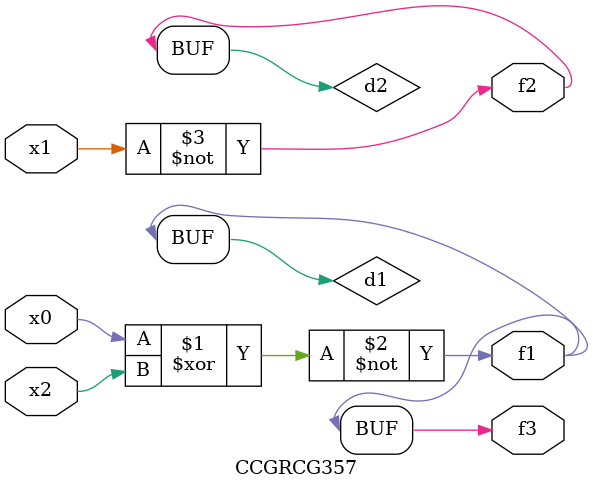
<source format=v>
module CCGRCG357(
	input x0, x1, x2,
	output f1, f2, f3
);

	wire d1, d2, d3;

	xnor (d1, x0, x2);
	nand (d2, x1);
	nor (d3, x1, x2);
	assign f1 = d1;
	assign f2 = d2;
	assign f3 = d1;
endmodule

</source>
